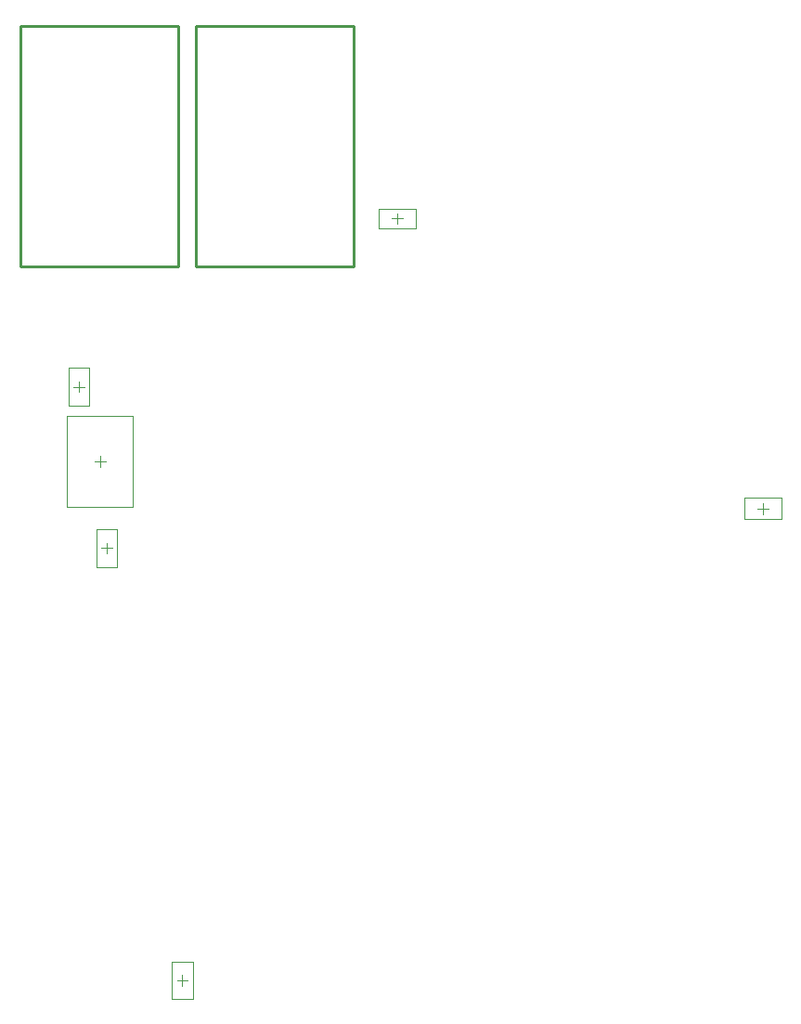
<source format=gbr>
%TF.GenerationSoftware,Altium Limited,Altium Designer,19.1.8 (144)*%
G04 Layer_Color=32768*
%FSLAX26Y26*%
%MOIN*%
%TF.FileFunction,Other,Mechanical_15*%
%TF.Part,Single*%
G01*
G75*
%TA.AperFunction,NonConductor*%
%ADD35C,0.010000*%
%ADD42C,0.003937*%
%ADD43C,0.001968*%
D35*
X1455000Y3430000D02*
Y3870000D01*
X890000D02*
X1455000D01*
X890000Y3005000D02*
Y3870000D01*
Y3005000D02*
X1455000D01*
Y3435000D01*
X825000Y3005000D02*
Y3435000D01*
X260000Y3005000D02*
X825000D01*
X260000D02*
Y3870000D01*
X825000D01*
Y3430000D02*
Y3870000D01*
D42*
X470161Y2555142D02*
Y2594512D01*
X450476Y2574827D02*
X489846D01*
X525476Y2305354D02*
X564846D01*
X545161Y2285669D02*
Y2325039D01*
X550476Y1995000D02*
X589846D01*
X570161Y1975315D02*
Y2014685D01*
X1592317Y3178409D02*
X1631687D01*
X1612002Y3158724D02*
Y3198094D01*
X2927795Y2118149D02*
Y2157520D01*
X2908110Y2137835D02*
X2947480D01*
X821496Y441969D02*
X860866D01*
X841181Y422284D02*
Y461654D01*
D43*
X434728Y2641756D02*
X505594D01*
X434728Y2507898D02*
X505594D01*
Y2641756D01*
X434728Y2507898D02*
Y2641756D01*
X663272Y2141968D02*
Y2468740D01*
X427051Y2141968D02*
Y2468740D01*
X663272D01*
X427051Y2141968D02*
X663272D01*
X532760Y1928071D02*
Y2061929D01*
X607563Y1928071D02*
Y2061929D01*
X532760Y1928071D02*
X607563D01*
X532760Y2061929D02*
X607563D01*
X1545073Y3142976D02*
Y3213842D01*
X1678931Y3142976D02*
Y3213842D01*
X1545073D02*
X1678931D01*
X1545073Y3142976D02*
X1678931D01*
X2860866Y2175236D02*
X2994724D01*
X2860866Y2100433D02*
X2994724D01*
X2860866D02*
Y2175236D01*
X2994724Y2100433D02*
Y2175236D01*
X878583Y375039D02*
Y508898D01*
X803779Y375039D02*
Y508898D01*
X878583D01*
X803779Y375039D02*
X878583D01*
%TF.MD5,a575e98d6974fd1213873e7a62b94575*%
M02*

</source>
